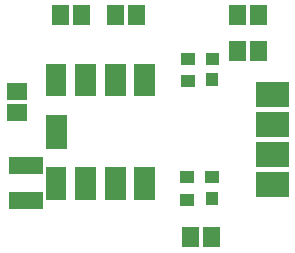
<source format=gbr>
G04 start of page 8 for group -4063 idx -4063 *
G04 Title: (unknown), componentmask *
G04 Creator: pcb 20110918 *
G04 CreationDate: Fri Sep 12 16:05:54 2014 UTC *
G04 For: fosse *
G04 Format: Gerber/RS-274X *
G04 PCB-Dimensions: 300000 300000 *
G04 PCB-Coordinate-Origin: lower left *
%MOIN*%
%FSLAX25Y25*%
%LNTOPMASK*%
%ADD58R,0.0850X0.0850*%
%ADD57R,0.0691X0.0691*%
%ADD56R,0.0689X0.0689*%
%ADD55R,0.0400X0.0400*%
%ADD54R,0.0691X0.0691*%
%ADD53R,0.0572X0.0572*%
G54D53*X86359Y275014D02*Y274228D01*
X93445Y275014D02*Y274228D01*
X86359Y287014D02*Y286228D01*
X93445Y287014D02*Y286228D01*
X45816Y287014D02*Y286228D01*
X52902Y287014D02*Y286228D01*
G54D54*X26000Y266969D02*Y263031D01*
G54D53*X27359Y287014D02*Y286228D01*
X34445Y287014D02*Y286228D01*
G54D55*X77802Y272021D02*X78402D01*
X69602D02*X70202D01*
X69602Y264621D02*X70202D01*
G54D53*X70816Y213014D02*Y212228D01*
X77902Y213014D02*Y212228D01*
G54D55*Y225771D02*Y225471D01*
X77602Y232571D02*X78202D01*
X69402D02*X70002D01*
X69402Y225171D02*X70002D01*
G54D54*X26000Y232521D02*Y228583D01*
G54D56*X26164Y249783D02*Y245459D01*
G54D53*X13147Y224716D02*X18657D01*
X13147Y236526D02*X18657D01*
G54D57*X35842Y266969D02*Y263032D01*
Y232520D02*Y228584D01*
G54D54*X45684Y266969D02*Y263031D01*
Y232521D02*Y228583D01*
G54D57*X55527Y266969D02*Y263032D01*
Y232520D02*Y228584D01*
G54D53*X12509Y254078D02*X13295D01*
X12509Y261164D02*X13295D01*
G54D55*X78102Y265221D02*Y264921D01*
G54D58*X96750Y260250D02*X99250D01*
X96750Y250250D02*X99250D01*
X96750Y240250D02*X99250D01*
X96750Y230250D02*X99250D01*
M02*

</source>
